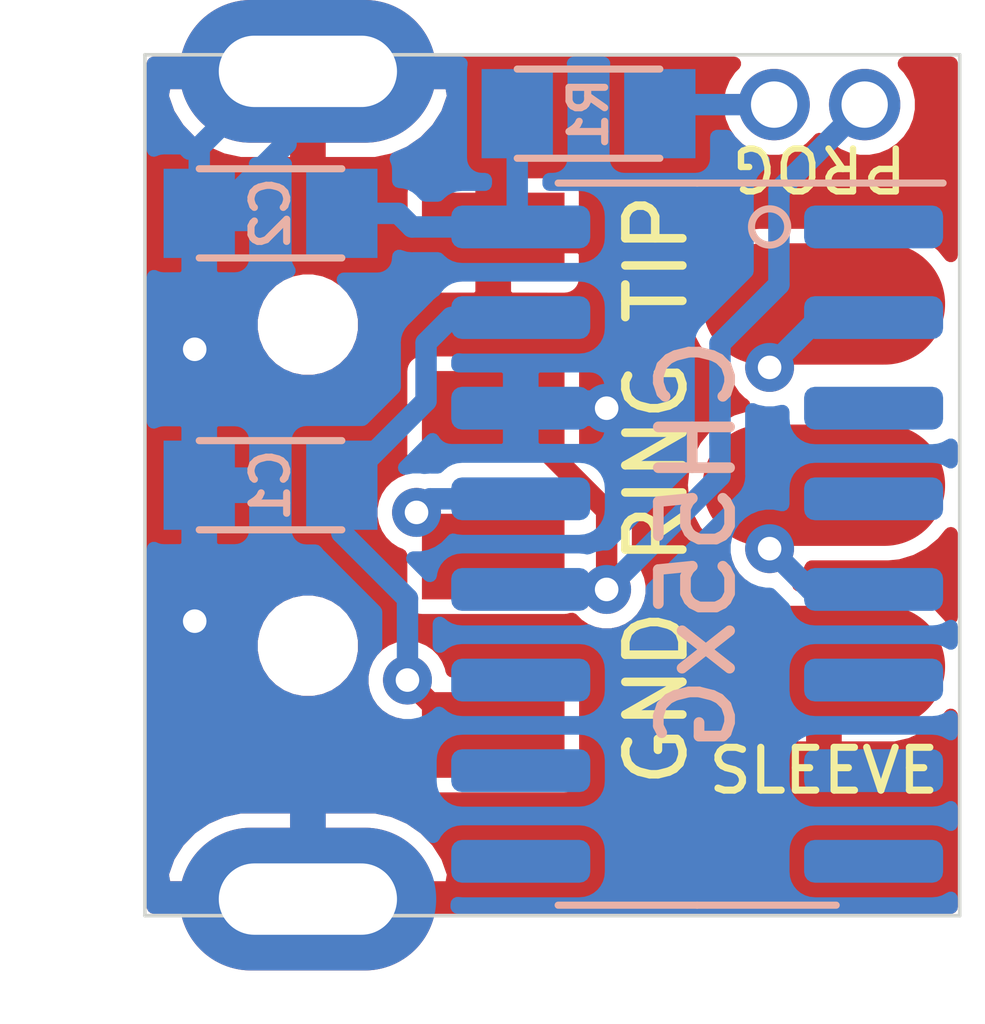
<source format=kicad_pcb>
(kicad_pcb (version 20171130) (host pcbnew "(5.1.8)-1")

  (general
    (thickness 1.6)
    (drawings 9)
    (tracks 64)
    (zones 0)
    (modules 7)
    (nets 9)
  )

  (page A)
  (layers
    (0 F.Cu signal)
    (31 B.Cu signal)
    (36 B.SilkS user)
    (37 F.SilkS user)
    (38 B.Mask user)
    (39 F.Mask user)
    (40 Dwgs.User user)
    (44 Edge.Cuts user)
    (45 Margin user)
    (46 B.CrtYd user)
    (47 F.CrtYd user)
    (48 B.Fab user)
    (49 F.Fab user)
  )

  (setup
    (last_trace_width 0.3)
    (trace_clearance 0.2032)
    (zone_clearance 0)
    (zone_45_only no)
    (trace_min 0.1524)
    (via_size 0.6858)
    (via_drill 0.3302)
    (via_min_size 0.6858)
    (via_min_drill 0.3302)
    (uvia_size 0.6858)
    (uvia_drill 0.3302)
    (uvias_allowed no)
    (uvia_min_size 0)
    (uvia_min_drill 0)
    (edge_width 0.05)
    (segment_width 0.2)
    (pcb_text_width 0.3)
    (pcb_text_size 1.5 1.5)
    (mod_edge_width 0.15)
    (mod_text_size 1 1)
    (mod_text_width 0.15)
    (pad_size 3.6 2)
    (pad_drill 2.5)
    (pad_to_mask_clearance 0)
    (aux_axis_origin 131.572 115.316)
    (grid_origin 131.572 115.316)
    (visible_elements 7FFFFFFF)
    (pcbplotparams
      (layerselection 0x010f0_ffffffff)
      (usegerberextensions false)
      (usegerberattributes false)
      (usegerberadvancedattributes false)
      (creategerberjobfile false)
      (excludeedgelayer true)
      (linewidth 0.100000)
      (plotframeref false)
      (viasonmask false)
      (mode 1)
      (useauxorigin false)
      (hpglpennumber 1)
      (hpglpenspeed 20)
      (hpglpendiameter 15.000000)
      (psnegative false)
      (psa4output false)
      (plotreference true)
      (plotvalue true)
      (plotinvisibletext false)
      (padsonsilk false)
      (subtractmaskfromsilk false)
      (outputformat 1)
      (mirror false)
      (drillshape 0)
      (scaleselection 1)
      (outputdirectory "output/gerber"))
  )

  (net 0 "")
  (net 1 +5V)
  (net 2 GND)
  (net 3 +3V3)
  (net 4 /UD+)
  (net 5 /UD-)
  (net 6 /RING)
  (net 7 /TIP)
  (net 8 "Net-(JP1-Pad1)")

  (net_class Default "This is the default net class."
    (clearance 0.2032)
    (trace_width 0.3)
    (via_dia 0.6858)
    (via_drill 0.3302)
    (uvia_dia 0.6858)
    (uvia_drill 0.3302)
    (add_net +3V3)
    (add_net +5V)
    (add_net /RING)
    (add_net /TIP)
    (add_net /UD+)
    (add_net /UD-)
    (add_net GND)
    (add_net "Net-(JP1-Pad1)")
  )

  (module "project modules:USB_A_Horizontal_C319178" (layer F.Cu) (tedit 617DEB66) (tstamp 617DDCC8)
    (at 136.5885 109.347 180)
    (descr "USB type A Plug, Horizontal, http://cnctech.us/pdfs/1001-011-01101.pdf")
    (tags USB-A)
    (path /617DEB30)
    (attr smd)
    (fp_text reference J1 (at 0 0 90) (layer F.Fab)
      (effects (font (size 0.8 0.8) (thickness 0.12)))
    )
    (fp_text value USB_A (at 2.54 0 270) (layer F.Fab)
      (effects (font (size 0.5 0.5) (thickness 0.1)))
    )
    (fp_text user "PCB Edge" (at 3.81 -0.05 90) (layer Dwgs.User)
      (effects (font (size 0.6 0.6) (thickness 0.09)))
    )
    (fp_text user %R (at 0 0 90) (layer F.Fab)
      (effects (font (size 0.8 0.8) (thickness 0.12)))
    )
    (fp_line (start -1 3.8) (end -2.95 3.8) (layer F.Fab) (width 0.12))
    (fp_line (start -1 3.2) (end -2.95 3.2) (layer F.Fab) (width 0.12))
    (fp_line (start -2.95 3.2) (end -2.95 3.8) (layer F.Fab) (width 0.12))
    (fp_line (start -1 1.3) (end -2.95 1.3) (layer F.Fab) (width 0.12))
    (fp_line (start -1 0.7) (end -2.95 0.7) (layer F.Fab) (width 0.12))
    (fp_line (start -2.95 0.7) (end -2.95 1.3) (layer F.Fab) (width 0.12))
    (fp_line (start -1 -0.7) (end -2.95 -0.7) (layer F.Fab) (width 0.12))
    (fp_line (start -2.95 -1.3) (end -2.95 -0.7) (layer F.Fab) (width 0.12))
    (fp_line (start -1 -1.3) (end -2.95 -1.3) (layer F.Fab) (width 0.12))
    (fp_line (start -1 -3.2) (end -2.95 -3.2) (layer F.Fab) (width 0.12))
    (fp_line (start -2.95 -3.8) (end -2.95 -3.2) (layer F.Fab) (width 0.12))
    (fp_line (start -1 -3.8) (end -2.95 -3.8) (layer F.Fab) (width 0.12))
    (fp_line (start -1 6) (end 3.81 6) (layer F.Fab) (width 0.12))
    (fp_line (start -1 -6) (end -1 6) (layer F.Fab) (width 0.12))
    (fp_line (start -1 -6) (end 3.81 -6) (layer F.Fab) (width 0.12))
    (fp_line (start 3 6) (end 3 -6) (layer Dwgs.User) (width 0.1))
    (pad 2 smd rect (at -2.6 -1 180) (size 2 1.2) (layers F.Cu F.Paste F.Mask)
      (net 5 /UD-))
    (pad 3 smd rect (at -2.6 1 180) (size 2 1.2) (layers F.Cu F.Paste F.Mask)
      (net 4 /UD+))
    (pad 1 smd rect (at -2.6 -3.5 180) (size 2 1.2) (layers F.Cu F.Paste F.Mask)
      (net 1 +5V))
    (pad 4 smd rect (at -2.6 3.5 180) (size 2 1.2) (layers F.Cu F.Paste F.Mask)
      (net 2 GND))
    (pad 5 thru_hole oval (at 0 -5.8 180) (size 3.6 2) (drill oval 2.5 1) (layers *.Cu *.Mask)
      (net 2 GND))
    (pad 5 thru_hole oval (at 0 5.8 180) (size 3.6 2) (drill oval 2.5 1) (layers *.Cu *.Mask)
      (net 2 GND))
    (pad "" np_thru_hole circle (at 0 -2.25 180) (size 1 1) (drill 1) (layers *.Cu *.Mask))
    (pad "" np_thru_hole circle (at 0 2.25 180) (size 1 1) (drill 1) (layers *.Cu *.Mask))
    (model ${KISYS3DMOD}/Connector_USB.3dshapes/USB_A_CNCTech_1001-011-01101_Horizontal.wrl
      (at (xyz 0 0 0))
      (scale (xyz 1 1 1))
      (rotate (xyz 0 0 0))
    )
  )

  (module "project modules:C_0805" (layer B.Cu) (tedit 60F84AE4) (tstamp 5EC5AEDB)
    (at 136.0645 105.537 180)
    (path /5AF4EA88)
    (attr smd)
    (fp_text reference C2 (at 0 0 270) (layer B.SilkS)
      (effects (font (size 0.5 0.5) (thickness 0.1)) (justify mirror))
    )
    (fp_text value 100n (at 0 -1.016) (layer B.Fab)
      (effects (font (size 0.4 0.4) (thickness 0.08)) (justify mirror))
    )
    (fp_line (start -1 -0.625) (end 1 -0.625) (layer B.SilkS) (width 0.1))
    (fp_line (start -1 0.625) (end 1 0.625) (layer B.SilkS) (width 0.1))
    (fp_line (start 1 0.625) (end 1 -0.625) (layer B.Fab) (width 0.1))
    (fp_line (start -1 0.625) (end -1 -0.625) (layer B.Fab) (width 0.1))
    (fp_line (start -1 -0.625) (end 1 -0.625) (layer B.Fab) (width 0.1))
    (fp_line (start -1 0.625) (end 1 0.625) (layer B.Fab) (width 0.1))
    (fp_line (start -1.7 -0.98) (end -1.7 0.98) (layer B.CrtYd) (width 0.05))
    (fp_line (start -1.7 0.98) (end 1.7 0.98) (layer B.CrtYd) (width 0.05))
    (fp_line (start 1.7 0.98) (end 1.7 -0.98) (layer B.CrtYd) (width 0.05))
    (fp_line (start 1.7 -0.98) (end -1.7 -0.98) (layer B.CrtYd) (width 0.05))
    (fp_text user %R (at 0 0) (layer B.Fab)
      (effects (font (size 0.5 0.5) (thickness 0.1)) (justify mirror))
    )
    (pad 2 smd rect (at 1 0 180) (size 1 1.25) (layers B.Cu B.Paste B.Mask)
      (net 2 GND))
    (pad 1 smd rect (at -1 0 180) (size 1 1.25) (layers B.Cu B.Paste B.Mask)
      (net 3 +3V3))
    (model ${KISYS3DMOD}/Capacitor_SMD.3dshapes/C_0805_2012Metric.wrl
      (at (xyz 0 0 0))
      (scale (xyz 1 1 1))
      (rotate (xyz 0 0 0))
    )
  )

  (module "project modules:C_0805" (layer B.Cu) (tedit 60F84AE4) (tstamp 5EC5AEFC)
    (at 136.0645 109.347 180)
    (path /5EC6F7AA)
    (attr smd)
    (fp_text reference C1 (at 0 0 270) (layer B.SilkS)
      (effects (font (size 0.5 0.5) (thickness 0.1)) (justify mirror))
    )
    (fp_text value 100n (at 0 -1.016) (layer B.Fab)
      (effects (font (size 0.4 0.4) (thickness 0.08)) (justify mirror))
    )
    (fp_line (start -1 -0.625) (end 1 -0.625) (layer B.SilkS) (width 0.1))
    (fp_line (start -1 0.625) (end 1 0.625) (layer B.SilkS) (width 0.1))
    (fp_line (start 1 0.625) (end 1 -0.625) (layer B.Fab) (width 0.1))
    (fp_line (start -1 0.625) (end -1 -0.625) (layer B.Fab) (width 0.1))
    (fp_line (start -1 -0.625) (end 1 -0.625) (layer B.Fab) (width 0.1))
    (fp_line (start -1 0.625) (end 1 0.625) (layer B.Fab) (width 0.1))
    (fp_line (start -1.7 -0.98) (end -1.7 0.98) (layer B.CrtYd) (width 0.05))
    (fp_line (start -1.7 0.98) (end 1.7 0.98) (layer B.CrtYd) (width 0.05))
    (fp_line (start 1.7 0.98) (end 1.7 -0.98) (layer B.CrtYd) (width 0.05))
    (fp_line (start 1.7 -0.98) (end -1.7 -0.98) (layer B.CrtYd) (width 0.05))
    (fp_text user %R (at 0 0) (layer B.Fab)
      (effects (font (size 0.5 0.5) (thickness 0.1)) (justify mirror))
    )
    (pad 2 smd rect (at 1 0 180) (size 1 1.25) (layers B.Cu B.Paste B.Mask)
      (net 2 GND))
    (pad 1 smd rect (at -1 0 180) (size 1 1.25) (layers B.Cu B.Paste B.Mask)
      (net 1 +5V))
    (model ${KISYS3DMOD}/Capacitor_SMD.3dshapes/C_0805_2012Metric.wrl
      (at (xyz 0 0 0))
      (scale (xyz 1 1 1))
      (rotate (xyz 0 0 0))
    )
  )

  (module "project modules:R_0805" (layer B.Cu) (tedit 60F85824) (tstamp 617E4994)
    (at 140.5255 104.14 180)
    (path /5EC689BE)
    (attr smd)
    (fp_text reference R1 (at 0 0 270) (layer B.SilkS)
      (effects (font (size 0.5 0.5) (thickness 0.1)) (justify mirror))
    )
    (fp_text value 12k (at 0 -1.016) (layer B.Fab)
      (effects (font (size 0.4 0.4) (thickness 0.08)) (justify mirror))
    )
    (fp_line (start 1.68 -0.95) (end -1.68 -0.95) (layer B.CrtYd) (width 0.05))
    (fp_line (start 1.68 0.95) (end 1.68 -0.95) (layer B.CrtYd) (width 0.05))
    (fp_line (start -1.68 0.95) (end 1.68 0.95) (layer B.CrtYd) (width 0.05))
    (fp_line (start -1.68 -0.95) (end -1.68 0.95) (layer B.CrtYd) (width 0.05))
    (fp_line (start -1 0.625) (end 1 0.625) (layer B.Fab) (width 0.1))
    (fp_line (start -1 -0.625) (end 1 -0.625) (layer B.Fab) (width 0.1))
    (fp_line (start -1 0.625) (end -1 -0.625) (layer B.Fab) (width 0.1))
    (fp_line (start 1 0.625) (end 1 -0.625) (layer B.Fab) (width 0.1))
    (fp_line (start -1 0.625) (end 1 0.625) (layer B.SilkS) (width 0.1))
    (fp_line (start -1 -0.625) (end 1 -0.625) (layer B.SilkS) (width 0.1))
    (fp_text user %R (at 0 0) (layer B.Fab)
      (effects (font (size 0.5 0.5) (thickness 0.1)) (justify mirror))
    )
    (pad 2 smd rect (at 1 0 180) (size 1 1.25) (layers B.Cu B.Paste B.Mask)
      (net 3 +3V3))
    (pad 1 smd rect (at -1 0 180) (size 1 1.25) (layers B.Cu B.Paste B.Mask)
      (net 8 "Net-(JP1-Pad1)"))
    (model ${KISYS3DMOD}/Resistor_SMD.3dshapes/R_0805_2012Metric.wrl
      (at (xyz 0 0 0))
      (scale (xyz 1 1 1))
      (rotate (xyz 0 0 0))
    )
  )

  (module "project modules:PinHeader_1x03_P2.54mm_Horizontal" (layer F.Cu) (tedit 617DDE4A) (tstamp 617E5455)
    (at 143.8275 111.887 180)
    (descr "Through hole angled pin header, 1x03, 2.54mm pitch, 6mm pin length, single row")
    (tags "Through hole angled pin header THT 1x03 2.54mm single row")
    (path /617E49F7)
    (fp_text reference J2 (at -1.5875 2.4765 270) (layer F.Fab)
      (effects (font (size 0.8 0.8) (thickness 0.12)))
    )
    (fp_text value TRS (at 0.6985 2.6035 90) (layer F.Fab)
      (effects (font (size 0.25 0.25) (thickness 0.05)))
    )
    (fp_text user %R (at 0 2.54 90) (layer F.Fab)
      (effects (font (size 0.8 0.8) (thickness 0.12)))
    )
    (pad 1 smd oval (at 0 0 180) (size 3.4 1.7) (layers F.Cu F.Paste F.Mask)
      (net 2 GND))
    (pad 2 smd oval (at 0 2.54 180) (size 3.4 1.7) (layers F.Cu F.Paste F.Mask)
      (net 6 /RING))
    (pad 3 smd oval (at 0 5.08 180) (size 3.4 1.7) (layers F.Cu F.Paste F.Mask)
      (net 7 /TIP))
  )

  (module "project modules:Jumper_P1.27mm" (layer B.Cu) (tedit 617DD796) (tstamp 617E7027)
    (at 143.129 104.013 270)
    (descr "Through hole angled pin header, 1x02, 1.27mm pitch, 4.0mm pin length, single row")
    (tags "Through hole angled pin header THT 1x02 1.27mm single row")
    (path /617E78F2)
    (fp_text reference JP1 (at -0.8255 -0.635 180) (layer B.Fab)
      (effects (font (size 0.6 0.6) (thickness 0.09)) (justify mirror))
    )
    (fp_text value PROG (at 0.889 -0.635 180 unlocked) (layer F.SilkS)
      (effects (font (size 0.6 0.6) (thickness 0.09)))
    )
    (fp_text user %R (at 1 -0.635 180) (layer B.Fab)
      (effects (font (size 0.6 0.6) (thickness 0.09)) (justify mirror))
    )
    (pad 1 thru_hole oval (at 0 0 270) (size 1 1) (drill 0.65) (layers *.Cu *.Mask)
      (net 8 "Net-(JP1-Pad1)"))
    (pad 2 thru_hole oval (at 0 -1.27 270) (size 1 1) (drill 0.65) (layers *.Cu *.Mask)
      (net 4 /UD+))
  )

  (module "project modules:SOIC-16_3.9x9.9mm_P1.27mm" (layer B.Cu) (tedit 60F88FE2) (tstamp 617E4E9E)
    (at 142.0495 110.1725 180)
    (descr "SOIC, 16 Pin (JEDEC MS-012AC, https://www.analog.com/media/en/package-pcb-resources/package/pkg_pdf/soic_narrow-r/r_16.pdf), generated with kicad-footprint-generator ipc_gullwing_generator.py")
    (tags "SOIC SO")
    (path /5EC5B577)
    (attr smd)
    (fp_text reference U1 (at 0.15 2.5 180 unlocked) (layer F.Fab)
      (effects (font (size 1 1) (thickness 0.15)) (justify mirror))
    )
    (fp_text value CH55xG (at 0 -5.9 180) (layer B.Fab)
      (effects (font (size 1 1) (thickness 0.15)) (justify mirror))
    )
    (fp_line (start 3.7 5.2) (end -3.7 5.2) (layer B.CrtYd) (width 0.05))
    (fp_line (start 3.7 -5.2) (end 3.7 5.2) (layer B.CrtYd) (width 0.05))
    (fp_line (start -3.7 -5.2) (end 3.7 -5.2) (layer B.CrtYd) (width 0.05))
    (fp_line (start -3.7 5.2) (end -3.7 -5.2) (layer B.CrtYd) (width 0.05))
    (fp_line (start -1.95 3.975) (end -0.975 4.95) (layer B.Fab) (width 0.1))
    (fp_line (start -1.95 -4.95) (end -1.95 3.975) (layer B.Fab) (width 0.1))
    (fp_line (start 1.95 -4.95) (end -1.95 -4.95) (layer B.Fab) (width 0.1))
    (fp_line (start 1.95 4.95) (end 1.95 -4.95) (layer B.Fab) (width 0.1))
    (fp_line (start -0.975 4.95) (end 1.95 4.95) (layer B.Fab) (width 0.1))
    (fp_line (start 0 5.06) (end -3.45 5.06) (layer B.SilkS) (width 0.1))
    (fp_line (start 0 5.06) (end 1.95 5.06) (layer B.SilkS) (width 0.1))
    (fp_line (start 0 -5.06) (end -1.95 -5.06) (layer B.SilkS) (width 0.1))
    (fp_line (start 0 -5.06) (end 1.95 -5.06) (layer B.SilkS) (width 0.1))
    (fp_circle (center -1.016 4.445) (end -0.762 4.445) (layer B.SilkS) (width 0.1))
    (fp_text user %R (at 0 0 270) (layer B.Fab)
      (effects (font (size 0.5 0.5) (thickness 0.1)) (justify mirror))
    )
    (fp_text user %V (at 0 0 -90 unlocked) (layer F.Fab)
      (effects (font (size 0.8 0.8) (thickness 0.12)) (justify mirror))
    )
    (pad 16 smd roundrect (at 2.475 4.445 180) (size 1.95 0.6) (layers B.Cu B.Paste B.Mask) (roundrect_rratio 0.25)
      (net 3 +3V3))
    (pad 15 smd roundrect (at 2.475 3.175 180) (size 1.95 0.6) (layers B.Cu B.Paste B.Mask) (roundrect_rratio 0.25)
      (net 1 +5V))
    (pad 14 smd roundrect (at 2.475 1.905 180) (size 1.95 0.6) (layers B.Cu B.Paste B.Mask) (roundrect_rratio 0.25)
      (net 2 GND))
    (pad 13 smd roundrect (at 2.475 0.635 180) (size 1.95 0.6) (layers B.Cu B.Paste B.Mask) (roundrect_rratio 0.25)
      (net 5 /UD-))
    (pad 12 smd roundrect (at 2.475 -0.635 180) (size 1.95 0.6) (layers B.Cu B.Paste B.Mask) (roundrect_rratio 0.25)
      (net 4 /UD+))
    (pad 11 smd roundrect (at 2.475 -1.905 180) (size 1.95 0.6) (layers B.Cu B.Paste B.Mask) (roundrect_rratio 0.25))
    (pad 10 smd roundrect (at 2.475 -3.175 180) (size 1.95 0.6) (layers B.Cu B.Paste B.Mask) (roundrect_rratio 0.25))
    (pad 9 smd roundrect (at 2.475 -4.445 180) (size 1.95 0.6) (layers B.Cu B.Paste B.Mask) (roundrect_rratio 0.25))
    (pad 8 smd roundrect (at -2.475 -4.445 180) (size 1.95 0.6) (layers B.Cu B.Paste B.Mask) (roundrect_rratio 0.25))
    (pad 7 smd roundrect (at -2.475 -3.175 180) (size 1.95 0.6) (layers B.Cu B.Paste B.Mask) (roundrect_rratio 0.25))
    (pad 6 smd roundrect (at -2.475 -1.905 180) (size 1.95 0.6) (layers B.Cu B.Paste B.Mask) (roundrect_rratio 0.25))
    (pad 5 smd roundrect (at -2.475 -0.635 180) (size 1.95 0.6) (layers B.Cu B.Paste B.Mask) (roundrect_rratio 0.25)
      (net 6 /RING))
    (pad 4 smd roundrect (at -2.475 0.635 180) (size 1.95 0.6) (layers B.Cu B.Paste B.Mask) (roundrect_rratio 0.25))
    (pad 3 smd roundrect (at -2.475 1.905 180) (size 1.95 0.6) (layers B.Cu B.Paste B.Mask) (roundrect_rratio 0.25))
    (pad 2 smd roundrect (at -2.475 3.175 180) (size 1.95 0.6) (layers B.Cu B.Paste B.Mask) (roundrect_rratio 0.25)
      (net 7 /TIP))
    (pad 1 smd roundrect (at -2.475 4.445 180) (size 1.95 0.6) (layers B.Cu B.Paste B.Mask) (roundrect_rratio 0.25))
    (model ${KISYS3DMOD}/Package_SO.3dshapes/SOIC-16_3.9x9.9mm_P1.27mm.wrl
      (at (xyz 0 0 0))
      (scale (xyz 1 1 1))
      (rotate (xyz 0 0 0))
    )
  )

  (gr_text SLEEVE (at 143.8275 113.3475) (layer F.SilkS)
    (effects (font (size 0.6 0.6) (thickness 0.1)))
  )
  (gr_text TIP (at 141.478 106.172 90) (layer F.SilkS)
    (effects (font (size 0.8 0.8) (thickness 0.12)))
  )
  (gr_text RING (at 141.478 109.0295 90) (layer F.SilkS)
    (effects (font (size 0.8 0.8) (thickness 0.12)))
  )
  (gr_text GND (at 141.478 112.3315 90) (layer F.SilkS)
    (effects (font (size 0.8 0.8) (thickness 0.12)))
  )
  (gr_text CH55xG (at 142.0495 110.1725 90) (layer B.SilkS)
    (effects (font (size 1 1) (thickness 0.15)) (justify mirror))
  )
  (gr_line (start 134.3025 115.3795) (end 134.3025 103.3145) (angle 90) (layer Edge.Cuts) (width 0.05))
  (gr_line (start 145.7325 115.3795) (end 134.3025 115.3795) (angle 90) (layer Edge.Cuts) (width 0.05))
  (gr_line (start 145.7325 103.3145) (end 145.7325 115.3795) (angle 90) (layer Edge.Cuts) (width 0.05))
  (gr_line (start 134.3025 103.3145) (end 145.7325 103.3145) (angle 90) (layer Edge.Cuts) (width 0.05))

  (via (at 137.9855 112.0775) (size 0.6858) (drill 0.3302) (layers F.Cu B.Cu) (net 1))
  (segment (start 138.8865 113.157) (end 139.1965 112.847) (width 0.3) (layer F.Cu) (net 1))
  (segment (start 138.5995 106.9975) (end 138.24629 107.35071) (width 0.3) (layer B.Cu) (net 1))
  (segment (start 139.5745 106.9975) (end 138.5995 106.9975) (width 0.3) (layer B.Cu) (net 1))
  (segment (start 138.24629 108.16521) (end 137.0645 109.347) (width 0.3) (layer B.Cu) (net 1))
  (segment (start 138.24629 107.35071) (end 138.24629 108.16521) (width 0.3) (layer B.Cu) (net 1))
  (segment (start 137.0645 110.0135) (end 137.0645 109.347) (width 0.3) (layer B.Cu) (net 1))
  (segment (start 137.9855 110.9345) (end 137.0645 110.0135) (width 0.3) (layer B.Cu) (net 1))
  (segment (start 137.9855 112.0775) (end 137.9855 110.9345) (width 0.3) (layer B.Cu) (net 1))
  (segment (start 138.755 112.847) (end 137.9855 112.0775) (width 0.3) (layer F.Cu) (net 1))
  (segment (start 139.1885 112.847) (end 138.755 112.847) (width 0.3) (layer F.Cu) (net 1))
  (segment (start 139.1965 105.847) (end 139.5655 105.847) (width 0.3) (layer F.Cu) (net 2))
  (via (at 135.001 107.442) (size 0.6858) (drill 0.3302) (layers F.Cu B.Cu) (net 2))
  (via (at 135.001 111.252) (size 0.6858) (drill 0.3302) (layers F.Cu B.Cu) (net 2))
  (segment (start 140.335 108.2675) (end 139.5745 108.2675) (width 0.3) (layer B.Cu) (net 2))
  (via (at 140.7795 108.2675) (size 0.6858) (drill 0.3302) (layers F.Cu B.Cu) (net 2))
  (segment (start 135.0645 104.612) (end 135.0645 105.537) (width 0.3) (layer B.Cu) (net 2))
  (segment (start 135.98379 103.69271) (end 135.0645 104.612) (width 0.3) (layer B.Cu) (net 2))
  (segment (start 136.281939 103.853561) (end 136.44279 103.69271) (width 0.3) (layer B.Cu) (net 2))
  (segment (start 136.281939 104.558799) (end 136.281939 103.853561) (width 0.3) (layer B.Cu) (net 2))
  (segment (start 136.44279 103.69271) (end 135.98379 103.69271) (width 0.3) (layer B.Cu) (net 2))
  (segment (start 135.4455 105.395238) (end 136.281939 104.558799) (width 0.3) (layer B.Cu) (net 2))
  (segment (start 137.0645 105.537) (end 137.0645 105.662) (width 0.3) (layer B.Cu) (net 3))
  (segment (start 137.1915 105.664) (end 137.0645 105.537) (width 0.3) (layer B.Cu) (net 3))
  (segment (start 138.049 105.7275) (end 137.8585 105.537) (width 0.3) (layer B.Cu) (net 3))
  (segment (start 139.5745 105.7275) (end 138.049 105.7275) (width 0.3) (layer B.Cu) (net 3))
  (segment (start 137.0645 105.537) (end 137.8585 105.537) (width 0.3) (layer B.Cu) (net 3))
  (segment (start 139.5255 105.6785) (end 139.5745 105.7275) (width 0.3) (layer B.Cu) (net 3))
  (segment (start 139.5255 104.14) (end 139.5255 105.6785) (width 0.3) (layer B.Cu) (net 3))
  (via (at 140.7795 110.8075) (size 0.6858) (drill 0.3302) (layers F.Cu B.Cu) (net 4))
  (segment (start 139.1965 108.347) (end 139.601601 108.347) (width 0.3) (layer F.Cu) (net 4))
  (segment (start 143.19629 105.21571) (end 144.399 104.013) (width 0.3) (layer B.Cu) (net 4))
  (segment (start 143.19629 106.53498) (end 143.19629 105.21571) (width 0.3) (layer B.Cu) (net 4))
  (segment (start 143.19629 106.53498) (end 142.369399 107.361871) (width 0.3) (layer B.Cu) (net 4))
  (segment (start 139.629433 108.347) (end 139.1885 108.347) (width 0.3) (layer F.Cu) (net 4))
  (segment (start 139.5745 110.8075) (end 140.7795 110.8075) (width 0.3) (layer B.Cu) (net 4))
  (segment (start 142.369399 107.888899) (end 142.369399 109.217601) (width 0.3) (layer B.Cu) (net 4))
  (segment (start 142.369399 107.361871) (end 142.369399 107.888899) (width 0.3) (layer B.Cu) (net 4))
  (segment (start 142.369399 109.217601) (end 140.7795 110.8075) (width 0.3) (layer B.Cu) (net 4))
  (segment (start 142.369399 107.888899) (end 142.369399 108.773101) (width 0.3) (layer B.Cu) (net 4))
  (segment (start 139.424262 108.347) (end 139.1885 108.347) (width 0.3) (layer F.Cu) (net 4))
  (segment (start 140.7795 109.702238) (end 139.424262 108.347) (width 0.3) (layer F.Cu) (net 4))
  (segment (start 140.7795 110.8075) (end 140.7795 109.702238) (width 0.3) (layer F.Cu) (net 4))
  (segment (start 138.887025 110.347) (end 139.1965 110.347) (width 0.3) (layer F.Cu) (net 5))
  (segment (start 139.1965 110.347) (end 138.8905 110.347) (width 0.3) (layer F.Cu) (net 5))
  (segment (start 139.1805 110.363) (end 139.1965 110.347) (width 0.3) (layer F.Cu) (net 5))
  (via (at 138.1125 109.728) (size 0.6858) (drill 0.3302) (layers F.Cu B.Cu) (net 5))
  (segment (start 139.1965 110.347) (end 138.7315 110.347) (width 0.3) (layer F.Cu) (net 5))
  (segment (start 138.7315 110.347) (end 138.1125 109.728) (width 0.3) (layer F.Cu) (net 5))
  (segment (start 138.303 109.5375) (end 138.1125 109.728) (width 0.3) (layer B.Cu) (net 5))
  (segment (start 139.5745 109.5375) (end 138.303 109.5375) (width 0.3) (layer B.Cu) (net 5))
  (via (at 143.0655 110.236) (size 0.6858) (drill 0.3302) (layers F.Cu B.Cu) (net 6))
  (segment (start 143.637 110.8075) (end 143.0655 110.236) (width 0.3) (layer B.Cu) (net 6))
  (segment (start 144.5245 110.8075) (end 143.637 110.8075) (width 0.3) (layer B.Cu) (net 6))
  (segment (start 143.8275 109.474) (end 143.0655 110.236) (width 0.3) (layer F.Cu) (net 6))
  (segment (start 143.8275 109.347) (end 143.8275 109.474) (width 0.3) (layer F.Cu) (net 6))
  (via (at 143.0655 107.696) (size 0.6858) (drill 0.3302) (layers F.Cu B.Cu) (net 7))
  (segment (start 143.7005 106.68) (end 143.8275 106.807) (width 0.3) (layer F.Cu) (net 7))
  (segment (start 143.764 106.9975) (end 143.0655 107.696) (width 0.3) (layer B.Cu) (net 7))
  (segment (start 144.5245 106.9975) (end 143.764 106.9975) (width 0.3) (layer B.Cu) (net 7))
  (segment (start 143.8275 106.934) (end 143.0655 107.696) (width 0.3) (layer F.Cu) (net 7))
  (segment (start 143.8275 106.807) (end 143.8275 106.934) (width 0.3) (layer F.Cu) (net 7))
  (segment (start 141.6525 104.013) (end 141.5255 104.14) (width 0.3) (layer B.Cu) (net 8))
  (segment (start 143.129 104.013) (end 141.6525 104.013) (width 0.3) (layer B.Cu) (net 8))

  (zone (net 2) (net_name GND) (layer F.Cu) (tstamp 617E8778) (hatch edge 0.508)
    (connect_pads (clearance 0))
    (min_thickness 0.2)
    (fill yes (arc_segments 32) (thermal_gap 0.2) (thermal_bridge_width 0.5))
    (polygon
      (pts
        (xy 134.3025 103.3145) (xy 145.7325 103.3145) (xy 145.7325 115.3795) (xy 134.3025 115.3795)
      )
    )
    (filled_polygon
      (pts
        (xy 142.505114 103.50099) (xy 142.417214 103.632542) (xy 142.356667 103.778715) (xy 142.3258 103.933892) (xy 142.3258 104.092108)
        (xy 142.356667 104.247285) (xy 142.417214 104.393458) (xy 142.505114 104.52501) (xy 142.61699 104.636886) (xy 142.748542 104.724786)
        (xy 142.894715 104.785333) (xy 143.049892 104.8162) (xy 143.208108 104.8162) (xy 143.363285 104.785333) (xy 143.509458 104.724786)
        (xy 143.64101 104.636886) (xy 143.752886 104.52501) (xy 143.764 104.508377) (xy 143.775114 104.52501) (xy 143.88699 104.636886)
        (xy 144.018542 104.724786) (xy 144.164715 104.785333) (xy 144.319892 104.8162) (xy 144.478108 104.8162) (xy 144.633285 104.785333)
        (xy 144.779458 104.724786) (xy 144.91101 104.636886) (xy 145.022886 104.52501) (xy 145.110786 104.393458) (xy 145.171333 104.247285)
        (xy 145.2022 104.092108) (xy 145.2022 103.933892) (xy 145.171333 103.778715) (xy 145.110786 103.632542) (xy 145.022886 103.50099)
        (xy 144.961396 103.4395) (xy 145.6075 103.4395) (xy 145.6075 106.12241) (xy 145.49688 105.98762) (xy 145.321283 105.84351)
        (xy 145.120946 105.736428) (xy 144.903567 105.670487) (xy 144.734144 105.6538) (xy 142.920856 105.6538) (xy 142.751433 105.670487)
        (xy 142.534054 105.736428) (xy 142.333717 105.84351) (xy 142.15812 105.98762) (xy 142.01401 106.163217) (xy 141.906928 106.363554)
        (xy 141.840987 106.580933) (xy 141.818721 106.807) (xy 141.840987 107.033067) (xy 141.906928 107.250446) (xy 142.01401 107.450783)
        (xy 142.15812 107.62638) (xy 142.333717 107.77049) (xy 142.43201 107.823028) (xy 142.444229 107.88446) (xy 142.492934 108.002043)
        (xy 142.563642 108.107865) (xy 142.653635 108.197858) (xy 142.69717 108.226947) (xy 142.534054 108.276428) (xy 142.333717 108.38351)
        (xy 142.15812 108.52762) (xy 142.01401 108.703217) (xy 141.906928 108.903554) (xy 141.840987 109.120933) (xy 141.818721 109.347)
        (xy 141.840987 109.573067) (xy 141.906928 109.790446) (xy 142.01401 109.990783) (xy 142.15812 110.16638) (xy 142.333717 110.31049)
        (xy 142.43201 110.363028) (xy 142.444229 110.42446) (xy 142.492934 110.542043) (xy 142.563642 110.647865) (xy 142.653635 110.737858)
        (xy 142.697477 110.767153) (xy 142.606028 110.78836) (xy 142.398832 110.881941) (xy 142.213874 111.014145) (xy 142.058261 111.179893)
        (xy 141.937974 111.372814) (xy 141.874828 111.560484) (xy 141.913017 111.737) (xy 143.6775 111.737) (xy 143.6775 110.737)
        (xy 143.478223 110.737) (xy 143.567358 110.647865) (xy 143.638066 110.542043) (xy 143.655398 110.5002) (xy 144.734144 110.5002)
        (xy 144.903567 110.483513) (xy 145.120946 110.417572) (xy 145.321283 110.31049) (xy 145.49688 110.16638) (xy 145.607501 110.03159)
        (xy 145.607501 111.197153) (xy 145.596739 111.179893) (xy 145.441126 111.014145) (xy 145.256168 110.881941) (xy 145.048972 110.78836)
        (xy 144.8275 110.737) (xy 143.9775 110.737) (xy 143.9775 111.737) (xy 143.9975 111.737) (xy 143.9975 112.037)
        (xy 143.9775 112.037) (xy 143.9775 113.037) (xy 144.8275 113.037) (xy 145.048972 112.98564) (xy 145.256168 112.892059)
        (xy 145.441126 112.759855) (xy 145.596739 112.594107) (xy 145.607501 112.576847) (xy 145.607501 115.2545) (xy 134.4275 115.2545)
        (xy 134.4275 114.79684) (xy 134.536546 114.79684) (xy 134.572718 114.997) (xy 136.4385 114.997) (xy 136.4385 113.847)
        (xy 136.7385 113.847) (xy 136.7385 114.997) (xy 138.604282 114.997) (xy 138.640454 114.79684) (xy 138.552745 114.549479)
        (xy 138.413804 114.333827) (xy 138.235461 114.149425) (xy 138.02457 114.003359) (xy 137.789235 113.901243) (xy 137.5385 113.847)
        (xy 136.7385 113.847) (xy 136.4385 113.847) (xy 135.6385 113.847) (xy 135.387765 113.901243) (xy 135.15243 114.003359)
        (xy 134.941539 114.149425) (xy 134.763196 114.333827) (xy 134.624255 114.549479) (xy 134.536546 114.79684) (xy 134.4275 114.79684)
        (xy 134.4275 111.517892) (xy 135.7853 111.517892) (xy 135.7853 111.676108) (xy 135.816167 111.831285) (xy 135.876714 111.977458)
        (xy 135.964614 112.10901) (xy 136.07649 112.220886) (xy 136.208042 112.308786) (xy 136.354215 112.369333) (xy 136.509392 112.4002)
        (xy 136.667608 112.4002) (xy 136.822785 112.369333) (xy 136.968958 112.308786) (xy 137.10051 112.220886) (xy 137.212386 112.10901)
        (xy 137.275959 112.013865) (xy 137.3394 112.013865) (xy 137.3394 112.141135) (xy 137.364229 112.26596) (xy 137.412934 112.383543)
        (xy 137.483642 112.489365) (xy 137.573635 112.579358) (xy 137.679457 112.650066) (xy 137.79704 112.698771) (xy 137.883833 112.716035)
        (xy 137.883833 113.447) (xy 137.889687 113.506438) (xy 137.907024 113.563591) (xy 137.935179 113.616264) (xy 137.973068 113.662432)
        (xy 138.019236 113.700321) (xy 138.071909 113.728476) (xy 138.129062 113.745813) (xy 138.1885 113.751667) (xy 140.1885 113.751667)
        (xy 140.247938 113.745813) (xy 140.305091 113.728476) (xy 140.357764 113.700321) (xy 140.403932 113.662432) (xy 140.441821 113.616264)
        (xy 140.469976 113.563591) (xy 140.487313 113.506438) (xy 140.493167 113.447) (xy 140.493167 112.247) (xy 140.48987 112.213516)
        (xy 141.874828 112.213516) (xy 141.937974 112.401186) (xy 142.058261 112.594107) (xy 142.213874 112.759855) (xy 142.398832 112.892059)
        (xy 142.606028 112.98564) (xy 142.8275 113.037) (xy 143.6775 113.037) (xy 143.6775 112.037) (xy 141.913017 112.037)
        (xy 141.874828 112.213516) (xy 140.48987 112.213516) (xy 140.487313 112.187562) (xy 140.469976 112.130409) (xy 140.441821 112.077736)
        (xy 140.403932 112.031568) (xy 140.357764 111.993679) (xy 140.305091 111.965524) (xy 140.247938 111.948187) (xy 140.1885 111.942333)
        (xy 138.617372 111.942333) (xy 138.606771 111.88904) (xy 138.558066 111.771457) (xy 138.487358 111.665635) (xy 138.397365 111.575642)
        (xy 138.291543 111.504934) (xy 138.17396 111.456229) (xy 138.049135 111.4314) (xy 137.921865 111.4314) (xy 137.79704 111.456229)
        (xy 137.679457 111.504934) (xy 137.573635 111.575642) (xy 137.483642 111.665635) (xy 137.412934 111.771457) (xy 137.364229 111.88904)
        (xy 137.3394 112.013865) (xy 137.275959 112.013865) (xy 137.300286 111.977458) (xy 137.360833 111.831285) (xy 137.3917 111.676108)
        (xy 137.3917 111.517892) (xy 137.360833 111.362715) (xy 137.300286 111.216542) (xy 137.212386 111.08499) (xy 137.10051 110.973114)
        (xy 136.968958 110.885214) (xy 136.822785 110.824667) (xy 136.667608 110.7938) (xy 136.509392 110.7938) (xy 136.354215 110.824667)
        (xy 136.208042 110.885214) (xy 136.07649 110.973114) (xy 135.964614 111.08499) (xy 135.876714 111.216542) (xy 135.816167 111.362715)
        (xy 135.7853 111.517892) (xy 134.4275 111.517892) (xy 134.4275 109.664365) (xy 137.4664 109.664365) (xy 137.4664 109.791635)
        (xy 137.491229 109.91646) (xy 137.539934 110.034043) (xy 137.610642 110.139865) (xy 137.700635 110.229858) (xy 137.806457 110.300566)
        (xy 137.883833 110.332617) (xy 137.883833 110.947) (xy 137.889687 111.006438) (xy 137.907024 111.063591) (xy 137.935179 111.116264)
        (xy 137.973068 111.162432) (xy 138.019236 111.200321) (xy 138.071909 111.228476) (xy 138.129062 111.245813) (xy 138.1885 111.251667)
        (xy 140.1885 111.251667) (xy 140.247938 111.245813) (xy 140.291021 111.232744) (xy 140.367635 111.309358) (xy 140.473457 111.380066)
        (xy 140.59104 111.428771) (xy 140.715865 111.4536) (xy 140.843135 111.4536) (xy 140.96796 111.428771) (xy 141.085543 111.380066)
        (xy 141.191365 111.309358) (xy 141.281358 111.219365) (xy 141.352066 111.113543) (xy 141.400771 110.99596) (xy 141.4256 110.871135)
        (xy 141.4256 110.743865) (xy 141.400771 110.61904) (xy 141.352066 110.501457) (xy 141.281358 110.395635) (xy 141.2327 110.346977)
        (xy 141.2327 109.724492) (xy 141.234892 109.702238) (xy 141.23107 109.663434) (xy 141.226142 109.613395) (xy 141.200227 109.527967)
        (xy 141.158145 109.449235) (xy 141.115698 109.397514) (xy 141.101511 109.380227) (xy 141.084224 109.36604) (xy 140.493167 108.774983)
        (xy 140.493167 107.747) (xy 140.487313 107.687562) (xy 140.469976 107.630409) (xy 140.441821 107.577736) (xy 140.403932 107.531568)
        (xy 140.357764 107.493679) (xy 140.305091 107.465524) (xy 140.247938 107.448187) (xy 140.1885 107.442333) (xy 138.1885 107.442333)
        (xy 138.129062 107.448187) (xy 138.071909 107.465524) (xy 138.019236 107.493679) (xy 137.973068 107.531568) (xy 137.935179 107.577736)
        (xy 137.907024 107.630409) (xy 137.889687 107.687562) (xy 137.883833 107.747) (xy 137.883833 108.947) (xy 137.889687 109.006438)
        (xy 137.907024 109.063591) (xy 137.929502 109.105643) (xy 137.92404 109.106729) (xy 137.806457 109.155434) (xy 137.700635 109.226142)
        (xy 137.610642 109.316135) (xy 137.539934 109.421957) (xy 137.491229 109.53954) (xy 137.4664 109.664365) (xy 134.4275 109.664365)
        (xy 134.4275 107.017892) (xy 135.7853 107.017892) (xy 135.7853 107.176108) (xy 135.816167 107.331285) (xy 135.876714 107.477458)
        (xy 135.964614 107.60901) (xy 136.07649 107.720886) (xy 136.208042 107.808786) (xy 136.354215 107.869333) (xy 136.509392 107.9002)
        (xy 136.667608 107.9002) (xy 136.822785 107.869333) (xy 136.968958 107.808786) (xy 137.10051 107.720886) (xy 137.212386 107.60901)
        (xy 137.300286 107.477458) (xy 137.360833 107.331285) (xy 137.3917 107.176108) (xy 137.3917 107.017892) (xy 137.360833 106.862715)
        (xy 137.300286 106.716542) (xy 137.212386 106.58499) (xy 137.10051 106.473114) (xy 137.061428 106.447) (xy 137.887048 106.447)
        (xy 137.89284 106.50581) (xy 137.909995 106.562361) (xy 137.937852 106.614478) (xy 137.975341 106.660159) (xy 138.021022 106.697648)
        (xy 138.073139 106.725505) (xy 138.12969 106.74266) (xy 138.1885 106.748452) (xy 138.9635 106.747) (xy 139.0385 106.672)
        (xy 139.0385 105.997) (xy 139.3385 105.997) (xy 139.3385 106.672) (xy 139.4135 106.747) (xy 140.1885 106.748452)
        (xy 140.24731 106.74266) (xy 140.303861 106.725505) (xy 140.355978 106.697648) (xy 140.401659 106.660159) (xy 140.439148 106.614478)
        (xy 140.467005 106.562361) (xy 140.48416 106.50581) (xy 140.489952 106.447) (xy 140.4885 106.072) (xy 140.4135 105.997)
        (xy 139.3385 105.997) (xy 139.0385 105.997) (xy 137.9635 105.997) (xy 137.8885 106.072) (xy 137.887048 106.447)
        (xy 137.061428 106.447) (xy 136.968958 106.385214) (xy 136.822785 106.324667) (xy 136.667608 106.2938) (xy 136.509392 106.2938)
        (xy 136.354215 106.324667) (xy 136.208042 106.385214) (xy 136.07649 106.473114) (xy 135.964614 106.58499) (xy 135.876714 106.716542)
        (xy 135.816167 106.862715) (xy 135.7853 107.017892) (xy 134.4275 107.017892) (xy 134.4275 105.247) (xy 137.887048 105.247)
        (xy 137.8885 105.622) (xy 137.9635 105.697) (xy 139.0385 105.697) (xy 139.0385 105.022) (xy 139.3385 105.022)
        (xy 139.3385 105.697) (xy 140.4135 105.697) (xy 140.4885 105.622) (xy 140.489952 105.247) (xy 140.48416 105.18819)
        (xy 140.467005 105.131639) (xy 140.439148 105.079522) (xy 140.401659 105.033841) (xy 140.355978 104.996352) (xy 140.303861 104.968495)
        (xy 140.24731 104.95134) (xy 140.1885 104.945548) (xy 139.4135 104.947) (xy 139.3385 105.022) (xy 139.0385 105.022)
        (xy 138.9635 104.947) (xy 138.1885 104.945548) (xy 138.12969 104.95134) (xy 138.073139 104.968495) (xy 138.021022 104.996352)
        (xy 137.975341 105.033841) (xy 137.937852 105.079522) (xy 137.909995 105.131639) (xy 137.89284 105.18819) (xy 137.887048 105.247)
        (xy 134.4275 105.247) (xy 134.4275 103.89716) (xy 134.536546 103.89716) (xy 134.624255 104.144521) (xy 134.763196 104.360173)
        (xy 134.941539 104.544575) (xy 135.15243 104.690641) (xy 135.387765 104.792757) (xy 135.6385 104.847) (xy 136.4385 104.847)
        (xy 136.4385 103.697) (xy 136.7385 103.697) (xy 136.7385 104.847) (xy 137.5385 104.847) (xy 137.789235 104.792757)
        (xy 138.02457 104.690641) (xy 138.235461 104.544575) (xy 138.413804 104.360173) (xy 138.552745 104.144521) (xy 138.640454 103.89716)
        (xy 138.604282 103.697) (xy 136.7385 103.697) (xy 136.4385 103.697) (xy 134.572718 103.697) (xy 134.536546 103.89716)
        (xy 134.4275 103.89716) (xy 134.4275 103.4395) (xy 142.566604 103.4395)
      )
    )
  )
  (zone (net 2) (net_name GND) (layer B.Cu) (tstamp 617E8775) (hatch edge 0.508)
    (connect_pads (clearance 0))
    (min_thickness 0.2)
    (fill yes (arc_segments 32) (thermal_gap 0.2) (thermal_bridge_width 0.5))
    (polygon
      (pts
        (xy 134.3025 103.3145) (xy 145.7325 103.3145) (xy 145.7325 115.3795) (xy 134.3025 115.3795)
      )
    )
    (filled_polygon
      (pts
        (xy 140.726687 103.455562) (xy 140.720833 103.515) (xy 140.720833 104.765) (xy 140.726687 104.824438) (xy 140.744024 104.881591)
        (xy 140.772179 104.934264) (xy 140.810068 104.980432) (xy 140.856236 105.018321) (xy 140.908909 105.046476) (xy 140.966062 105.063813)
        (xy 141.0255 105.069667) (xy 142.0255 105.069667) (xy 142.084938 105.063813) (xy 142.142091 105.046476) (xy 142.194764 105.018321)
        (xy 142.240932 104.980432) (xy 142.278821 104.934264) (xy 142.306976 104.881591) (xy 142.324313 104.824438) (xy 142.330167 104.765)
        (xy 142.330167 104.4662) (xy 142.465819 104.4662) (xy 142.505114 104.52501) (xy 142.61699 104.636886) (xy 142.748542 104.724786)
        (xy 142.894715 104.785333) (xy 142.970643 104.800436) (xy 142.891567 104.879512) (xy 142.87428 104.893699) (xy 142.860093 104.910986)
        (xy 142.860092 104.910987) (xy 142.817645 104.962708) (xy 142.775563 105.04144) (xy 142.749649 105.126867) (xy 142.740898 105.21571)
        (xy 142.743091 105.237974) (xy 142.74309 106.347259) (xy 142.064681 107.025668) (xy 142.047388 107.03986) (xy 142.018772 107.074729)
        (xy 141.990754 107.108869) (xy 141.982969 107.123434) (xy 141.948672 107.187601) (xy 141.922757 107.273029) (xy 141.917298 107.328455)
        (xy 141.914007 107.361871) (xy 141.916199 107.384126) (xy 141.9162 107.866635) (xy 141.916199 107.866644) (xy 141.9162 109.029878)
        (xy 140.784679 110.1614) (xy 140.715865 110.1614) (xy 140.59104 110.186229) (xy 140.512252 110.218865) (xy 140.488201 110.211569)
        (xy 140.3995 110.202833) (xy 138.7495 110.202833) (xy 138.660799 110.211569) (xy 138.575506 110.237442) (xy 138.496901 110.279458)
        (xy 138.428002 110.336002) (xy 138.371458 110.404901) (xy 138.329442 110.483506) (xy 138.303569 110.568799) (xy 138.299883 110.606229)
        (xy 138.290224 110.598302) (xy 138.066022 110.3741) (xy 138.176135 110.3741) (xy 138.30096 110.349271) (xy 138.418543 110.300566)
        (xy 138.524365 110.229858) (xy 138.614358 110.139865) (xy 138.625759 110.122802) (xy 138.660799 110.133431) (xy 138.7495 110.142167)
        (xy 140.3995 110.142167) (xy 140.488201 110.133431) (xy 140.573494 110.107558) (xy 140.652099 110.065542) (xy 140.720998 110.008998)
        (xy 140.777542 109.940099) (xy 140.819558 109.861494) (xy 140.845431 109.776201) (xy 140.854167 109.6875) (xy 140.854167 109.3875)
        (xy 140.845431 109.298799) (xy 140.819558 109.213506) (xy 140.777542 109.134901) (xy 140.720998 109.066002) (xy 140.652099 109.009458)
        (xy 140.573494 108.967442) (xy 140.488201 108.941569) (xy 140.3995 108.932833) (xy 138.7495 108.932833) (xy 138.660799 108.941569)
        (xy 138.575506 108.967442) (xy 138.496901 109.009458) (xy 138.428002 109.066002) (xy 138.412985 109.0843) (xy 138.325256 109.0843)
        (xy 138.303 109.082108) (xy 138.280744 109.0843) (xy 138.218848 109.090396) (xy 138.176135 109.0819) (xy 138.048865 109.0819)
        (xy 137.951068 109.101353) (xy 138.337911 108.71451) (xy 138.348852 108.734978) (xy 138.386341 108.780659) (xy 138.432022 108.818148)
        (xy 138.484139 108.846005) (xy 138.54069 108.86316) (xy 138.5995 108.868952) (xy 139.3495 108.8675) (xy 139.4245 108.7925)
        (xy 139.4245 108.4175) (xy 139.7245 108.4175) (xy 139.7245 108.7925) (xy 139.7995 108.8675) (xy 140.5495 108.868952)
        (xy 140.60831 108.86316) (xy 140.664861 108.846005) (xy 140.716978 108.818148) (xy 140.762659 108.780659) (xy 140.800148 108.734978)
        (xy 140.828005 108.682861) (xy 140.84516 108.62631) (xy 140.850952 108.5675) (xy 140.8495 108.4925) (xy 140.7745 108.4175)
        (xy 139.7245 108.4175) (xy 139.4245 108.4175) (xy 139.4045 108.4175) (xy 139.4045 108.1175) (xy 139.4245 108.1175)
        (xy 139.4245 107.7425) (xy 139.7245 107.7425) (xy 139.7245 108.1175) (xy 140.7745 108.1175) (xy 140.8495 108.0425)
        (xy 140.850952 107.9675) (xy 140.84516 107.90869) (xy 140.828005 107.852139) (xy 140.800148 107.800022) (xy 140.762659 107.754341)
        (xy 140.716978 107.716852) (xy 140.664861 107.688995) (xy 140.60831 107.67184) (xy 140.5495 107.666048) (xy 139.7995 107.6675)
        (xy 139.7245 107.7425) (xy 139.4245 107.7425) (xy 139.3495 107.6675) (xy 138.69949 107.666242) (xy 138.69949 107.597242)
        (xy 138.7495 107.602167) (xy 140.3995 107.602167) (xy 140.488201 107.593431) (xy 140.573494 107.567558) (xy 140.652099 107.525542)
        (xy 140.720998 107.468998) (xy 140.777542 107.400099) (xy 140.819558 107.321494) (xy 140.845431 107.236201) (xy 140.854167 107.1475)
        (xy 140.854167 106.8475) (xy 140.845431 106.758799) (xy 140.819558 106.673506) (xy 140.777542 106.594901) (xy 140.720998 106.526002)
        (xy 140.652099 106.469458) (xy 140.573494 106.427442) (xy 140.488201 106.401569) (xy 140.3995 106.392833) (xy 138.7495 106.392833)
        (xy 138.660799 106.401569) (xy 138.575506 106.427442) (xy 138.496901 106.469458) (xy 138.428002 106.526002) (xy 138.371458 106.594901)
        (xy 138.363516 106.609759) (xy 138.346498 106.618855) (xy 138.277489 106.675489) (xy 138.263297 106.692782) (xy 137.941572 107.014507)
        (xy 137.924279 107.028699) (xy 137.900932 107.057148) (xy 137.867645 107.097708) (xy 137.828059 107.171771) (xy 137.825563 107.17644)
        (xy 137.799648 107.261868) (xy 137.793971 107.319511) (xy 137.790898 107.35071) (xy 137.79309 107.372964) (xy 137.793091 107.977488)
        (xy 137.353246 108.417333) (xy 136.5645 108.417333) (xy 136.505062 108.423187) (xy 136.447909 108.440524) (xy 136.395236 108.468679)
        (xy 136.349068 108.506568) (xy 136.311179 108.552736) (xy 136.283024 108.605409) (xy 136.265687 108.662562) (xy 136.259833 108.722)
        (xy 136.259833 109.972) (xy 136.265687 110.031438) (xy 136.283024 110.088591) (xy 136.311179 110.141264) (xy 136.349068 110.187432)
        (xy 136.395236 110.225321) (xy 136.447909 110.253476) (xy 136.505062 110.270813) (xy 136.5645 110.276667) (xy 136.694197 110.276667)
        (xy 136.696488 110.279458) (xy 136.742489 110.335511) (xy 136.759781 110.349703) (xy 137.532301 111.122223) (xy 137.5323 111.616977)
        (xy 137.483642 111.665635) (xy 137.412934 111.771457) (xy 137.364229 111.88904) (xy 137.3394 112.013865) (xy 137.3394 112.141135)
        (xy 137.364229 112.26596) (xy 137.412934 112.383543) (xy 137.483642 112.489365) (xy 137.573635 112.579358) (xy 137.679457 112.650066)
        (xy 137.79704 112.698771) (xy 137.921865 112.7236) (xy 138.049135 112.7236) (xy 138.17396 112.698771) (xy 138.291543 112.650066)
        (xy 138.397365 112.579358) (xy 138.427877 112.548846) (xy 138.428002 112.548998) (xy 138.496901 112.605542) (xy 138.575506 112.647558)
        (xy 138.660799 112.673431) (xy 138.7495 112.682167) (xy 140.3995 112.682167) (xy 140.488201 112.673431) (xy 140.573494 112.647558)
        (xy 140.652099 112.605542) (xy 140.720998 112.548998) (xy 140.777542 112.480099) (xy 140.819558 112.401494) (xy 140.845431 112.316201)
        (xy 140.854167 112.2275) (xy 140.854167 111.9275) (xy 140.845431 111.838799) (xy 140.819558 111.753506) (xy 140.777542 111.674901)
        (xy 140.720998 111.606002) (xy 140.652099 111.549458) (xy 140.573494 111.507442) (xy 140.488201 111.481569) (xy 140.3995 111.472833)
        (xy 138.7495 111.472833) (xy 138.660799 111.481569) (xy 138.575506 111.507442) (xy 138.496901 111.549458) (xy 138.4387 111.597222)
        (xy 138.4387 111.287778) (xy 138.496901 111.335542) (xy 138.575506 111.377558) (xy 138.660799 111.403431) (xy 138.7495 111.412167)
        (xy 140.3995 111.412167) (xy 140.488201 111.403431) (xy 140.512252 111.396135) (xy 140.59104 111.428771) (xy 140.715865 111.4536)
        (xy 140.843135 111.4536) (xy 140.96796 111.428771) (xy 141.085543 111.380066) (xy 141.191365 111.309358) (xy 141.281358 111.219365)
        (xy 141.352066 111.113543) (xy 141.400771 110.99596) (xy 141.4256 110.871135) (xy 141.4256 110.802321) (xy 142.674123 109.553799)
        (xy 142.69141 109.539612) (xy 142.748044 109.470603) (xy 142.790126 109.391872) (xy 142.816041 109.306444) (xy 142.822599 109.239857)
        (xy 142.824791 109.217601) (xy 142.822599 109.195345) (xy 142.822599 108.294721) (xy 142.87704 108.317271) (xy 143.001865 108.3421)
        (xy 143.129135 108.3421) (xy 143.244833 108.319086) (xy 143.244833 108.4175) (xy 143.253569 108.506201) (xy 143.279442 108.591494)
        (xy 143.321458 108.670099) (xy 143.378002 108.738998) (xy 143.446901 108.795542) (xy 143.525506 108.837558) (xy 143.610799 108.863431)
        (xy 143.6995 108.872167) (xy 145.3495 108.872167) (xy 145.438201 108.863431) (xy 145.523494 108.837558) (xy 145.602099 108.795542)
        (xy 145.6075 108.791109) (xy 145.6075 109.013891) (xy 145.602099 109.009458) (xy 145.523494 108.967442) (xy 145.438201 108.941569)
        (xy 145.3495 108.932833) (xy 143.6995 108.932833) (xy 143.610799 108.941569) (xy 143.525506 108.967442) (xy 143.446901 109.009458)
        (xy 143.378002 109.066002) (xy 143.321458 109.134901) (xy 143.279442 109.213506) (xy 143.253569 109.298799) (xy 143.244833 109.3875)
        (xy 143.244833 109.612914) (xy 143.129135 109.5899) (xy 143.001865 109.5899) (xy 142.87704 109.614729) (xy 142.759457 109.663434)
        (xy 142.653635 109.734142) (xy 142.563642 109.824135) (xy 142.492934 109.929957) (xy 142.444229 110.04754) (xy 142.4194 110.172365)
        (xy 142.4194 110.299635) (xy 142.444229 110.42446) (xy 142.492934 110.542043) (xy 142.563642 110.647865) (xy 142.653635 110.737858)
        (xy 142.759457 110.808566) (xy 142.87704 110.857271) (xy 143.001865 110.8821) (xy 143.070678 110.8821) (xy 143.261751 111.073172)
        (xy 143.279442 111.131494) (xy 143.321458 111.210099) (xy 143.378002 111.278998) (xy 143.446901 111.335542) (xy 143.525506 111.377558)
        (xy 143.610799 111.403431) (xy 143.6995 111.412167) (xy 145.3495 111.412167) (xy 145.438201 111.403431) (xy 145.523494 111.377558)
        (xy 145.602099 111.335542) (xy 145.607501 111.331109) (xy 145.607501 111.553891) (xy 145.602099 111.549458) (xy 145.523494 111.507442)
        (xy 145.438201 111.481569) (xy 145.3495 111.472833) (xy 143.6995 111.472833) (xy 143.610799 111.481569) (xy 143.525506 111.507442)
        (xy 143.446901 111.549458) (xy 143.378002 111.606002) (xy 143.321458 111.674901) (xy 143.279442 111.753506) (xy 143.253569 111.838799)
        (xy 143.244833 111.9275) (xy 143.244833 112.2275) (xy 143.253569 112.316201) (xy 143.279442 112.401494) (xy 143.321458 112.480099)
        (xy 143.378002 112.548998) (xy 143.446901 112.605542) (xy 143.525506 112.647558) (xy 143.610799 112.673431) (xy 143.6995 112.682167)
        (xy 145.3495 112.682167) (xy 145.438201 112.673431) (xy 145.523494 112.647558) (xy 145.602099 112.605542) (xy 145.607501 112.601109)
        (xy 145.607501 112.823891) (xy 145.602099 112.819458) (xy 145.523494 112.777442) (xy 145.438201 112.751569) (xy 145.3495 112.742833)
        (xy 143.6995 112.742833) (xy 143.610799 112.751569) (xy 143.525506 112.777442) (xy 143.446901 112.819458) (xy 143.378002 112.876002)
        (xy 143.321458 112.944901) (xy 143.279442 113.023506) (xy 143.253569 113.108799) (xy 143.244833 113.1975) (xy 143.244833 113.4975)
        (xy 143.253569 113.586201) (xy 143.279442 113.671494) (xy 143.321458 113.750099) (xy 143.378002 113.818998) (xy 143.446901 113.875542)
        (xy 143.525506 113.917558) (xy 143.610799 113.943431) (xy 143.6995 113.952167) (xy 145.3495 113.952167) (xy 145.438201 113.943431)
        (xy 145.523494 113.917558) (xy 145.602099 113.875542) (xy 145.607501 113.871109) (xy 145.607501 114.093891) (xy 145.602099 114.089458)
        (xy 145.523494 114.047442) (xy 145.438201 114.021569) (xy 145.3495 114.012833) (xy 143.6995 114.012833) (xy 143.610799 114.021569)
        (xy 143.525506 114.047442) (xy 143.446901 114.089458) (xy 143.378002 114.146002) (xy 143.321458 114.214901) (xy 143.279442 114.293506)
        (xy 143.253569 114.378799) (xy 143.244833 114.4675) (xy 143.244833 114.7675) (xy 143.253569 114.856201) (xy 143.279442 114.941494)
        (xy 143.321458 115.020099) (xy 143.378002 115.088998) (xy 143.446901 115.145542) (xy 143.525506 115.187558) (xy 143.610799 115.213431)
        (xy 143.6995 115.222167) (xy 145.3495 115.222167) (xy 145.438201 115.213431) (xy 145.523494 115.187558) (xy 145.602099 115.145542)
        (xy 145.607501 115.141109) (xy 145.607501 115.2545) (xy 138.6885 115.2545) (xy 138.6885 115.216159) (xy 138.7495 115.222167)
        (xy 140.3995 115.222167) (xy 140.488201 115.213431) (xy 140.573494 115.187558) (xy 140.652099 115.145542) (xy 140.720998 115.088998)
        (xy 140.777542 115.020099) (xy 140.819558 114.941494) (xy 140.845431 114.856201) (xy 140.854167 114.7675) (xy 140.854167 114.4675)
        (xy 140.845431 114.378799) (xy 140.819558 114.293506) (xy 140.777542 114.214901) (xy 140.720998 114.146002) (xy 140.652099 114.089458)
        (xy 140.573494 114.047442) (xy 140.488201 114.021569) (xy 140.3995 114.012833) (xy 138.7495 114.012833) (xy 138.660799 114.021569)
        (xy 138.575506 114.047442) (xy 138.496901 114.089458) (xy 138.428002 114.146002) (xy 138.371458 114.214901) (xy 138.34559 114.263296)
        (xy 138.235461 114.149425) (xy 138.02457 114.003359) (xy 137.789235 113.901243) (xy 137.5385 113.847) (xy 136.7385 113.847)
        (xy 136.7385 114.997) (xy 136.7585 114.997) (xy 136.7585 115.2545) (xy 134.4275 115.2545) (xy 134.4275 114.79684)
        (xy 134.536546 114.79684) (xy 134.572718 114.997) (xy 136.4385 114.997) (xy 136.4385 113.847) (xy 135.6385 113.847)
        (xy 135.387765 113.901243) (xy 135.15243 114.003359) (xy 134.941539 114.149425) (xy 134.763196 114.333827) (xy 134.624255 114.549479)
        (xy 134.536546 114.79684) (xy 134.4275 114.79684) (xy 134.4275 113.1975) (xy 138.294833 113.1975) (xy 138.294833 113.4975)
        (xy 138.303569 113.586201) (xy 138.329442 113.671494) (xy 138.371458 113.750099) (xy 138.428002 113.818998) (xy 138.496901 113.875542)
        (xy 138.575506 113.917558) (xy 138.660799 113.943431) (xy 138.7495 113.952167) (xy 140.3995 113.952167) (xy 140.488201 113.943431)
        (xy 140.573494 113.917558) (xy 140.652099 113.875542) (xy 140.720998 113.818998) (xy 140.777542 113.750099) (xy 140.819558 113.671494)
        (xy 140.845431 113.586201) (xy 140.854167 113.4975) (xy 140.854167 113.1975) (xy 140.845431 113.108799) (xy 140.819558 113.023506)
        (xy 140.777542 112.944901) (xy 140.720998 112.876002) (xy 140.652099 112.819458) (xy 140.573494 112.777442) (xy 140.488201 112.751569)
        (xy 140.3995 112.742833) (xy 138.7495 112.742833) (xy 138.660799 112.751569) (xy 138.575506 112.777442) (xy 138.496901 112.819458)
        (xy 138.428002 112.876002) (xy 138.371458 112.944901) (xy 138.329442 113.023506) (xy 138.303569 113.108799) (xy 138.294833 113.1975)
        (xy 134.4275 113.1975) (xy 134.4275 111.517892) (xy 135.7853 111.517892) (xy 135.7853 111.676108) (xy 135.816167 111.831285)
        (xy 135.876714 111.977458) (xy 135.964614 112.10901) (xy 136.07649 112.220886) (xy 136.208042 112.308786) (xy 136.354215 112.369333)
        (xy 136.509392 112.4002) (xy 136.667608 112.4002) (xy 136.822785 112.369333) (xy 136.968958 112.308786) (xy 137.10051 112.220886)
        (xy 137.212386 112.10901) (xy 137.300286 111.977458) (xy 137.360833 111.831285) (xy 137.3917 111.676108) (xy 137.3917 111.517892)
        (xy 137.360833 111.362715) (xy 137.300286 111.216542) (xy 137.212386 111.08499) (xy 137.10051 110.973114) (xy 136.968958 110.885214)
        (xy 136.822785 110.824667) (xy 136.667608 110.7938) (xy 136.509392 110.7938) (xy 136.354215 110.824667) (xy 136.208042 110.885214)
        (xy 136.07649 110.973114) (xy 135.964614 111.08499) (xy 135.876714 111.216542) (xy 135.816167 111.362715) (xy 135.7853 111.517892)
        (xy 134.4275 111.517892) (xy 134.4275 110.238939) (xy 134.449139 110.250505) (xy 134.50569 110.26766) (xy 134.5645 110.273452)
        (xy 134.8395 110.272) (xy 134.9145 110.197) (xy 134.9145 109.497) (xy 135.2145 109.497) (xy 135.2145 110.197)
        (xy 135.2895 110.272) (xy 135.5645 110.273452) (xy 135.62331 110.26766) (xy 135.679861 110.250505) (xy 135.731978 110.222648)
        (xy 135.777659 110.185159) (xy 135.815148 110.139478) (xy 135.843005 110.087361) (xy 135.86016 110.03081) (xy 135.865952 109.972)
        (xy 135.8645 109.572) (xy 135.7895 109.497) (xy 135.2145 109.497) (xy 134.9145 109.497) (xy 134.8945 109.497)
        (xy 134.8945 109.197) (xy 134.9145 109.197) (xy 134.9145 108.497) (xy 135.2145 108.497) (xy 135.2145 109.197)
        (xy 135.7895 109.197) (xy 135.8645 109.122) (xy 135.865952 108.722) (xy 135.86016 108.66319) (xy 135.843005 108.606639)
        (xy 135.815148 108.554522) (xy 135.777659 108.508841) (xy 135.731978 108.471352) (xy 135.679861 108.443495) (xy 135.62331 108.42634)
        (xy 135.5645 108.420548) (xy 135.2895 108.422) (xy 135.2145 108.497) (xy 134.9145 108.497) (xy 134.8395 108.422)
        (xy 134.5645 108.420548) (xy 134.50569 108.42634) (xy 134.449139 108.443495) (xy 134.4275 108.455061) (xy 134.4275 106.428939)
        (xy 134.449139 106.440505) (xy 134.50569 106.45766) (xy 134.5645 106.463452) (xy 134.8395 106.462) (xy 134.9145 106.387)
        (xy 134.9145 105.687) (xy 135.2145 105.687) (xy 135.2145 106.387) (xy 135.2895 106.462) (xy 135.5645 106.463452)
        (xy 135.62331 106.45766) (xy 135.679861 106.440505) (xy 135.731978 106.412648) (xy 135.777659 106.375159) (xy 135.815148 106.329478)
        (xy 135.843005 106.277361) (xy 135.86016 106.22081) (xy 135.865952 106.162) (xy 135.8645 105.762) (xy 135.7895 105.687)
        (xy 135.2145 105.687) (xy 134.9145 105.687) (xy 134.8945 105.687) (xy 134.8945 105.387) (xy 134.9145 105.387)
        (xy 134.9145 105.367) (xy 135.2145 105.367) (xy 135.2145 105.387) (xy 135.7895 105.387) (xy 135.8645 105.312)
        (xy 135.865952 104.912) (xy 135.86016 104.85319) (xy 135.858282 104.847) (xy 136.267374 104.847) (xy 136.265687 104.852562)
        (xy 136.259833 104.912) (xy 136.259833 106.162) (xy 136.265687 106.221438) (xy 136.283024 106.278591) (xy 136.311179 106.331264)
        (xy 136.318057 106.339644) (xy 136.208042 106.385214) (xy 136.07649 106.473114) (xy 135.964614 106.58499) (xy 135.876714 106.716542)
        (xy 135.816167 106.862715) (xy 135.7853 107.017892) (xy 135.7853 107.176108) (xy 135.816167 107.331285) (xy 135.876714 107.477458)
        (xy 135.964614 107.60901) (xy 136.07649 107.720886) (xy 136.208042 107.808786) (xy 136.354215 107.869333) (xy 136.509392 107.9002)
        (xy 136.667608 107.9002) (xy 136.822785 107.869333) (xy 136.968958 107.808786) (xy 137.10051 107.720886) (xy 137.212386 107.60901)
        (xy 137.300286 107.477458) (xy 137.360833 107.331285) (xy 137.3917 107.176108) (xy 137.3917 107.017892) (xy 137.360833 106.862715)
        (xy 137.300286 106.716542) (xy 137.212386 106.58499) (xy 137.10051 106.473114) (xy 137.090861 106.466667) (xy 137.5645 106.466667)
        (xy 137.623938 106.460813) (xy 137.681091 106.443476) (xy 137.733764 106.415321) (xy 137.779932 106.377432) (xy 137.817821 106.331264)
        (xy 137.845976 106.278591) (xy 137.863313 106.221438) (xy 137.869167 106.162) (xy 137.869167 106.145254) (xy 137.874729 106.148227)
        (xy 137.960157 106.174142) (xy 138.049 106.182892) (xy 138.071256 106.1807) (xy 138.412985 106.1807) (xy 138.428002 106.198998)
        (xy 138.496901 106.255542) (xy 138.575506 106.297558) (xy 138.660799 106.323431) (xy 138.7495 106.332167) (xy 140.3995 106.332167)
        (xy 140.488201 106.323431) (xy 140.573494 106.297558) (xy 140.652099 106.255542) (xy 140.720998 106.198998) (xy 140.777542 106.130099)
        (xy 140.819558 106.051494) (xy 140.845431 105.966201) (xy 140.854167 105.8775) (xy 140.854167 105.5775) (xy 140.845431 105.488799)
        (xy 140.819558 105.403506) (xy 140.777542 105.324901) (xy 140.720998 105.256002) (xy 140.652099 105.199458) (xy 140.573494 105.157442)
        (xy 140.488201 105.131569) (xy 140.3995 105.122833) (xy 139.9787 105.122833) (xy 139.9787 105.069667) (xy 140.0255 105.069667)
        (xy 140.084938 105.063813) (xy 140.142091 105.046476) (xy 140.194764 105.018321) (xy 140.240932 104.980432) (xy 140.278821 104.934264)
        (xy 140.306976 104.881591) (xy 140.324313 104.824438) (xy 140.330167 104.765) (xy 140.330167 103.515) (xy 140.324313 103.455562)
        (xy 140.319441 103.4395) (xy 140.731559 103.4395)
      )
    )
    (filled_polygon
      (pts
        (xy 138.726687 103.455562) (xy 138.720833 103.515) (xy 138.720833 104.765) (xy 138.726687 104.824438) (xy 138.744024 104.881591)
        (xy 138.772179 104.934264) (xy 138.810068 104.980432) (xy 138.856236 105.018321) (xy 138.908909 105.046476) (xy 138.966062 105.063813)
        (xy 139.0255 105.069667) (xy 139.072301 105.069667) (xy 139.072301 105.122833) (xy 138.7495 105.122833) (xy 138.660799 105.131569)
        (xy 138.575506 105.157442) (xy 138.496901 105.199458) (xy 138.428002 105.256002) (xy 138.412985 105.2743) (xy 138.236721 105.2743)
        (xy 138.194703 105.232282) (xy 138.180511 105.214989) (xy 138.111502 105.158355) (xy 138.032771 105.116273) (xy 137.947343 105.090358)
        (xy 137.880756 105.0838) (xy 137.880754 105.0838) (xy 137.869167 105.082659) (xy 137.869167 104.912) (xy 137.863313 104.852562)
        (xy 137.845976 104.795409) (xy 137.834143 104.773271) (xy 138.02457 104.690641) (xy 138.235461 104.544575) (xy 138.413804 104.360173)
        (xy 138.552745 104.144521) (xy 138.640454 103.89716) (xy 138.604282 103.697) (xy 136.7385 103.697) (xy 136.7385 103.717)
        (xy 136.4385 103.717) (xy 136.4385 103.697) (xy 134.572718 103.697) (xy 134.536546 103.89716) (xy 134.624255 104.144521)
        (xy 134.763196 104.360173) (xy 134.941539 104.544575) (xy 135.038888 104.612) (xy 134.914498 104.612) (xy 134.914498 104.686998)
        (xy 134.8395 104.612) (xy 134.5645 104.610548) (xy 134.50569 104.61634) (xy 134.449139 104.633495) (xy 134.4275 104.645061)
        (xy 134.4275 103.4395) (xy 138.731559 103.4395)
      )
    )
  )
)

</source>
